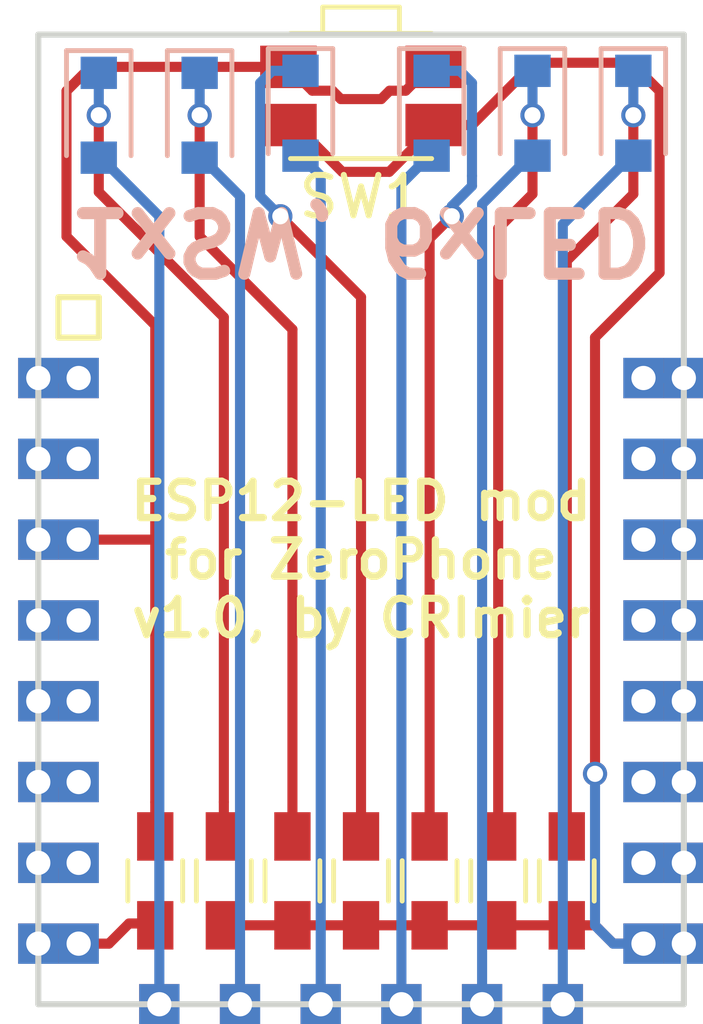
<source format=kicad_pcb>
(kicad_pcb (version 4) (host pcbnew 4.0.7)

  (general
    (links 40)
    (no_connects 16)
    (area 139.425 90.2972 158.025 117.7036)
    (thickness 1.6)
    (drawings 2)
    (tracks 117)
    (zones 0)
    (modules 15)
    (nets 29)
  )

  (page A4)
  (layers
    (0 F.Cu signal)
    (31 B.Cu signal)
    (32 B.Adhes user)
    (33 F.Adhes user)
    (34 B.Paste user)
    (35 F.Paste user)
    (36 B.SilkS user)
    (37 F.SilkS user)
    (38 B.Mask user)
    (39 F.Mask user)
    (40 Dwgs.User user)
    (41 Cmts.User user)
    (42 Eco1.User user)
    (43 Eco2.User user)
    (44 Edge.Cuts user)
    (45 Margin user)
    (46 B.CrtYd user)
    (47 F.CrtYd user)
    (48 B.Fab user hide)
    (49 F.Fab user hide)
  )

  (setup
    (last_trace_width 0.25)
    (trace_clearance 0.2)
    (zone_clearance 0.508)
    (zone_45_only no)
    (trace_min 0.2)
    (segment_width 0.2)
    (edge_width 0.15)
    (via_size 0.6)
    (via_drill 0.4)
    (via_min_size 0.4)
    (via_min_drill 0.3)
    (uvia_size 0.3)
    (uvia_drill 0.1)
    (uvias_allowed no)
    (uvia_min_size 0.2)
    (uvia_min_drill 0.1)
    (pcb_text_width 0.3)
    (pcb_text_size 1.5 1.5)
    (mod_edge_width 0.15)
    (mod_text_size 1 1)
    (mod_text_width 0.15)
    (pad_size 1.524 1.524)
    (pad_drill 0.762)
    (pad_to_mask_clearance 0.2)
    (aux_axis_origin 157.3 92.9)
    (visible_elements 7FFFFFFF)
    (pcbplotparams
      (layerselection 0x010f0_80000001)
      (usegerberextensions true)
      (usegerberattributes true)
      (excludeedgelayer true)
      (linewidth 0.100000)
      (plotframeref false)
      (viasonmask false)
      (mode 1)
      (useauxorigin true)
      (hpglpennumber 1)
      (hpglpenspeed 20)
      (hpglpendiameter 15)
      (hpglpenoverlay 2)
      (psnegative false)
      (psa4output false)
      (plotreference false)
      (plotvalue false)
      (plotinvisibletext false)
      (padsonsilk false)
      (subtractmaskfromsilk false)
      (outputformat 1)
      (mirror false)
      (drillshape 0)
      (scaleselection 1)
      (outputdirectory gerbers/))
  )

  (net 0 "")
  (net 1 "Net-(U1-Pad1)")
  (net 2 "Net-(U1-Pad2)")
  (net 3 "Net-(U1-Pad4)")
  (net 4 "Net-(U1-Pad5)")
  (net 5 "Net-(U1-Pad6)")
  (net 6 "Net-(U1-Pad7)")
  (net 7 "Net-(U1-Pad16)")
  (net 8 "Net-(U1-Pad17)")
  (net 9 "Net-(U1-Pad18)")
  (net 10 "Net-(U1-Pad19)")
  (net 11 "Net-(U1-Pad20)")
  (net 12 "Net-(U1-Pad21)")
  (net 13 "Net-(U1-Pad22)")
  (net 14 "Net-(D1-Pad1)")
  (net 15 "Net-(D1-Pad2)")
  (net 16 "Net-(D2-Pad1)")
  (net 17 "Net-(D2-Pad2)")
  (net 18 "Net-(D3-Pad1)")
  (net 19 "Net-(D3-Pad2)")
  (net 20 "Net-(D4-Pad1)")
  (net 21 "Net-(D4-Pad2)")
  (net 22 "Net-(D5-Pad1)")
  (net 23 "Net-(D5-Pad2)")
  (net 24 "Net-(D6-Pad1)")
  (net 25 "Net-(D6-Pad2)")
  (net 26 +3V3)
  (net 27 "Net-(R1-Pad2)")
  (net 28 GND)

  (net_class Default "This is the default net class."
    (clearance 0.2)
    (trace_width 0.25)
    (via_dia 0.6)
    (via_drill 0.4)
    (uvia_dia 0.3)
    (uvia_drill 0.1)
    (add_net +3V3)
    (add_net GND)
    (add_net "Net-(D1-Pad1)")
    (add_net "Net-(D1-Pad2)")
    (add_net "Net-(D2-Pad1)")
    (add_net "Net-(D2-Pad2)")
    (add_net "Net-(D3-Pad1)")
    (add_net "Net-(D3-Pad2)")
    (add_net "Net-(D4-Pad1)")
    (add_net "Net-(D4-Pad2)")
    (add_net "Net-(D5-Pad1)")
    (add_net "Net-(D5-Pad2)")
    (add_net "Net-(D6-Pad1)")
    (add_net "Net-(D6-Pad2)")
    (add_net "Net-(R1-Pad2)")
    (add_net "Net-(U1-Pad1)")
    (add_net "Net-(U1-Pad16)")
    (add_net "Net-(U1-Pad17)")
    (add_net "Net-(U1-Pad18)")
    (add_net "Net-(U1-Pad19)")
    (add_net "Net-(U1-Pad2)")
    (add_net "Net-(U1-Pad20)")
    (add_net "Net-(U1-Pad21)")
    (add_net "Net-(U1-Pad22)")
    (add_net "Net-(U1-Pad4)")
    (add_net "Net-(U1-Pad5)")
    (add_net "Net-(U1-Pad6)")
    (add_net "Net-(U1-Pad7)")
  )

  (module footprints:ESP12_BASE (layer F.Cu) (tedit 596E5602) (tstamp 596E5532)
    (at 148.5011 105.0036)
    (path /596E53C6)
    (fp_text reference U1 (at -3.475 7.45) (layer F.SilkS) hide
      (effects (font (size 1 1) (thickness 0.15)))
    )
    (fp_text value ESP-12E (at -1.15 -7.925) (layer F.Fab) hide
      (effects (font (size 1 1) (thickness 0.15)))
    )
    (fp_line (start -7.5 -4.5) (end -7.5 -5.5) (layer F.SilkS) (width 0.15))
    (fp_line (start -6.5 -4.5) (end -7.5 -4.5) (layer F.SilkS) (width 0.15))
    (fp_line (start -6.5 -5.5) (end -6.5 -4.5) (layer F.SilkS) (width 0.15))
    (fp_line (start -7.5 -5.5) (end -6.5 -5.5) (layer F.SilkS) (width 0.15))
    (fp_line (start -8 12) (end -8 -12) (layer Edge.Cuts) (width 0.15))
    (fp_line (start 8 12) (end -8 12) (layer Edge.Cuts) (width 0.15))
    (fp_line (start 8 -12) (end 8 12) (layer Edge.Cuts) (width 0.15))
    (fp_line (start -8 -12) (end 8 -12) (layer Edge.Cuts) (width 0.15))
    (pad 1 thru_hole rect (at -8 -3.5) (size 1 1) (drill 0.6) (layers *.Cu *.Mask)
      (net 1 "Net-(U1-Pad1)"))
    (pad 2 thru_hole rect (at -8 -1.5) (size 1 1) (drill 0.6) (layers *.Cu *.Mask)
      (net 2 "Net-(U1-Pad2)"))
    (pad 2 thru_hole rect (at -7 -1.5) (size 1 1) (drill 0.6) (layers *.Cu *.Mask)
      (net 2 "Net-(U1-Pad2)"))
    (pad 3 thru_hole rect (at -8 0.5) (size 1 1) (drill 0.6) (layers *.Cu *.Mask)
      (net 27 "Net-(R1-Pad2)"))
    (pad 4 thru_hole rect (at -8 2.5) (size 1 1) (drill 0.6) (layers *.Cu *.Mask)
      (net 3 "Net-(U1-Pad4)"))
    (pad 5 thru_hole rect (at -8 4.5) (size 1 1) (drill 0.6) (layers *.Cu *.Mask)
      (net 4 "Net-(U1-Pad5)"))
    (pad 6 thru_hole rect (at -8 6.5) (size 1 1) (drill 0.6) (layers *.Cu *.Mask)
      (net 5 "Net-(U1-Pad6)"))
    (pad 7 thru_hole rect (at -8 8.5) (size 1 1) (drill 0.6) (layers *.Cu *.Mask)
      (net 6 "Net-(U1-Pad7)"))
    (pad 8 thru_hole rect (at -8 10.5) (size 1 1) (drill 0.6) (layers *.Cu *.Mask)
      (net 26 +3V3))
    (pad 3 thru_hole rect (at -7 0.5) (size 1 1) (drill 0.6) (layers *.Cu *.Mask)
      (net 27 "Net-(R1-Pad2)"))
    (pad 4 thru_hole rect (at -7 2.5) (size 1 1) (drill 0.6) (layers *.Cu *.Mask)
      (net 3 "Net-(U1-Pad4)"))
    (pad 5 thru_hole rect (at -7 4.5) (size 1 1) (drill 0.6) (layers *.Cu *.Mask)
      (net 4 "Net-(U1-Pad5)"))
    (pad 6 thru_hole rect (at -7 6.5) (size 1 1) (drill 0.6) (layers *.Cu *.Mask)
      (net 5 "Net-(U1-Pad6)"))
    (pad 7 thru_hole rect (at -7 8.5) (size 1 1) (drill 0.6) (layers *.Cu *.Mask)
      (net 6 "Net-(U1-Pad7)"))
    (pad 8 thru_hole rect (at -7 10.5) (size 1 1) (drill 0.6) (layers *.Cu *.Mask)
      (net 26 +3V3))
    (pad 1 thru_hole rect (at -7 -3.5) (size 1 1) (drill 0.6) (layers *.Cu *.Mask)
      (net 1 "Net-(U1-Pad1)"))
    (pad 9 thru_hole rect (at -5 12) (size 1 1) (drill 0.6) (layers *.Cu *.Mask)
      (net 15 "Net-(D1-Pad2)"))
    (pad 10 thru_hole rect (at -3 12) (size 1 1) (drill 0.6) (layers *.Cu *.Mask)
      (net 17 "Net-(D2-Pad2)"))
    (pad 11 thru_hole rect (at -1 12) (size 1 1) (drill 0.6) (layers *.Cu *.Mask)
      (net 19 "Net-(D3-Pad2)"))
    (pad 12 thru_hole rect (at 1 12) (size 1 1) (drill 0.6) (layers *.Cu *.Mask)
      (net 21 "Net-(D4-Pad2)"))
    (pad 13 thru_hole rect (at 3 12) (size 1 1) (drill 0.6) (layers *.Cu *.Mask)
      (net 23 "Net-(D5-Pad2)"))
    (pad 14 thru_hole rect (at 5 12) (size 1 1) (drill 0.6) (layers *.Cu *.Mask)
      (net 25 "Net-(D6-Pad2)"))
    (pad 15 thru_hole rect (at 8 10.5) (size 1 1) (drill 0.6) (layers *.Cu *.Mask)
      (net 28 GND))
    (pad 16 thru_hole rect (at 8 8.5) (size 1 1) (drill 0.6) (layers *.Cu *.Mask)
      (net 7 "Net-(U1-Pad16)"))
    (pad 17 thru_hole rect (at 8 6.5) (size 1 1) (drill 0.6) (layers *.Cu *.Mask)
      (net 8 "Net-(U1-Pad17)"))
    (pad 18 thru_hole rect (at 8 4.5) (size 1 1) (drill 0.6) (layers *.Cu *.Mask)
      (net 9 "Net-(U1-Pad18)"))
    (pad 19 thru_hole rect (at 8 2.5) (size 1 1) (drill 0.6) (layers *.Cu *.Mask)
      (net 10 "Net-(U1-Pad19)"))
    (pad 20 thru_hole rect (at 8 0.5) (size 1 1) (drill 0.6) (layers *.Cu *.Mask)
      (net 11 "Net-(U1-Pad20)"))
    (pad 21 thru_hole rect (at 8 -1.5) (size 1 1) (drill 0.6) (layers *.Cu *.Mask)
      (net 12 "Net-(U1-Pad21)"))
    (pad 22 thru_hole rect (at 8 -3.5) (size 1 1) (drill 0.6) (layers *.Cu *.Mask)
      (net 13 "Net-(U1-Pad22)"))
    (pad 15 thru_hole rect (at 7 10.5) (size 1 1) (drill 0.6) (layers *.Cu *.Mask)
      (net 28 GND))
    (pad 16 thru_hole rect (at 7 8.5) (size 1 1) (drill 0.6) (layers *.Cu *.Mask)
      (net 7 "Net-(U1-Pad16)"))
    (pad 17 thru_hole rect (at 7 6.5) (size 1 1) (drill 0.6) (layers *.Cu *.Mask)
      (net 8 "Net-(U1-Pad17)"))
    (pad 18 thru_hole rect (at 7 4.5) (size 1 1) (drill 0.6) (layers *.Cu *.Mask)
      (net 9 "Net-(U1-Pad18)"))
    (pad 19 thru_hole rect (at 7 2.5) (size 1 1) (drill 0.6) (layers *.Cu *.Mask)
      (net 10 "Net-(U1-Pad19)"))
    (pad 20 thru_hole rect (at 7 0.5) (size 1 1) (drill 0.6) (layers *.Cu *.Mask)
      (net 11 "Net-(U1-Pad20)"))
    (pad 21 thru_hole rect (at 7 -1.5) (size 1 1) (drill 0.6) (layers *.Cu *.Mask)
      (net 12 "Net-(U1-Pad21)"))
    (pad 22 thru_hole rect (at 7 -3.5) (size 1 1) (drill 0.6) (layers *.Cu *.Mask)
      (net 13 "Net-(U1-Pad22)"))
  )

  (module Diodes_SMD:D_0805 (layer B.Cu) (tedit 596E5EEE) (tstamp 596E5BF9)
    (at 142 95 270)
    (descr "Diode SMD in 0805 package http://datasheets.avx.com/schottky.pdf")
    (tags "smd diode")
    (path /596E57C4)
    (attr smd)
    (fp_text reference D1 (at 0 1.6 270) (layer B.SilkS) hide
      (effects (font (size 1 1) (thickness 0.15)) (justify mirror))
    )
    (fp_text value LED (at 0 -1.7 270) (layer B.Fab)
      (effects (font (size 1 1) (thickness 0.15)) (justify mirror))
    )
    (fp_text user %R (at 0 1.6 270) (layer B.Fab)
      (effects (font (size 1 1) (thickness 0.15)) (justify mirror))
    )
    (fp_line (start -1.6 0.8) (end -1.6 -0.8) (layer B.SilkS) (width 0.12))
    (fp_line (start -1.7 -0.88) (end -1.7 0.88) (layer B.CrtYd) (width 0.05))
    (fp_line (start 1.7 -0.88) (end -1.7 -0.88) (layer B.CrtYd) (width 0.05))
    (fp_line (start 1.7 0.88) (end 1.7 -0.88) (layer B.CrtYd) (width 0.05))
    (fp_line (start -1.7 0.88) (end 1.7 0.88) (layer B.CrtYd) (width 0.05))
    (fp_line (start 0.2 0) (end 0.4 0) (layer B.Fab) (width 0.1))
    (fp_line (start -0.1 0) (end -0.3 0) (layer B.Fab) (width 0.1))
    (fp_line (start -0.1 0.2) (end -0.1 -0.2) (layer B.Fab) (width 0.1))
    (fp_line (start 0.2 -0.2) (end 0.2 0.2) (layer B.Fab) (width 0.1))
    (fp_line (start -0.1 0) (end 0.2 -0.2) (layer B.Fab) (width 0.1))
    (fp_line (start 0.2 0.2) (end -0.1 0) (layer B.Fab) (width 0.1))
    (fp_line (start -1 -0.65) (end -1 0.65) (layer B.Fab) (width 0.1))
    (fp_line (start 1 -0.65) (end -1 -0.65) (layer B.Fab) (width 0.1))
    (fp_line (start 1 0.65) (end 1 -0.65) (layer B.Fab) (width 0.1))
    (fp_line (start -1 0.65) (end 1 0.65) (layer B.Fab) (width 0.1))
    (fp_line (start -1.6 -0.8) (end 1 -0.8) (layer B.SilkS) (width 0.12))
    (fp_line (start -1.6 0.8) (end 1 0.8) (layer B.SilkS) (width 0.12))
    (pad 1 smd rect (at -1.05 0 270) (size 0.8 0.9) (layers B.Cu B.Paste B.Mask)
      (net 14 "Net-(D1-Pad1)"))
    (pad 2 smd rect (at 1.05 0 270) (size 0.8 0.9) (layers B.Cu B.Paste B.Mask)
      (net 15 "Net-(D1-Pad2)"))
    (model ${KISYS3DMOD}/Diodes_SMD.3dshapes/D_0805.wrl
      (at (xyz 0 0 0))
      (scale (xyz 1 1 1))
      (rotate (xyz 0 0 0))
    )
  )

  (module Diodes_SMD:D_0805 (layer B.Cu) (tedit 596E5F07) (tstamp 596E5BFF)
    (at 144.5 95 270)
    (descr "Diode SMD in 0805 package http://datasheets.avx.com/schottky.pdf")
    (tags "smd diode")
    (path /596E588F)
    (attr smd)
    (fp_text reference D2 (at 0 1.6 270) (layer B.SilkS) hide
      (effects (font (size 1 1) (thickness 0.15)) (justify mirror))
    )
    (fp_text value LED (at 0 -1.7 270) (layer B.Fab)
      (effects (font (size 1 1) (thickness 0.15)) (justify mirror))
    )
    (fp_text user %R (at 0 1.6 270) (layer B.Fab)
      (effects (font (size 1 1) (thickness 0.15)) (justify mirror))
    )
    (fp_line (start -1.6 0.8) (end -1.6 -0.8) (layer B.SilkS) (width 0.12))
    (fp_line (start -1.7 -0.88) (end -1.7 0.88) (layer B.CrtYd) (width 0.05))
    (fp_line (start 1.7 -0.88) (end -1.7 -0.88) (layer B.CrtYd) (width 0.05))
    (fp_line (start 1.7 0.88) (end 1.7 -0.88) (layer B.CrtYd) (width 0.05))
    (fp_line (start -1.7 0.88) (end 1.7 0.88) (layer B.CrtYd) (width 0.05))
    (fp_line (start 0.2 0) (end 0.4 0) (layer B.Fab) (width 0.1))
    (fp_line (start -0.1 0) (end -0.3 0) (layer B.Fab) (width 0.1))
    (fp_line (start -0.1 0.2) (end -0.1 -0.2) (layer B.Fab) (width 0.1))
    (fp_line (start 0.2 -0.2) (end 0.2 0.2) (layer B.Fab) (width 0.1))
    (fp_line (start -0.1 0) (end 0.2 -0.2) (layer B.Fab) (width 0.1))
    (fp_line (start 0.2 0.2) (end -0.1 0) (layer B.Fab) (width 0.1))
    (fp_line (start -1 -0.65) (end -1 0.65) (layer B.Fab) (width 0.1))
    (fp_line (start 1 -0.65) (end -1 -0.65) (layer B.Fab) (width 0.1))
    (fp_line (start 1 0.65) (end 1 -0.65) (layer B.Fab) (width 0.1))
    (fp_line (start -1 0.65) (end 1 0.65) (layer B.Fab) (width 0.1))
    (fp_line (start -1.6 -0.8) (end 1 -0.8) (layer B.SilkS) (width 0.12))
    (fp_line (start -1.6 0.8) (end 1 0.8) (layer B.SilkS) (width 0.12))
    (pad 1 smd rect (at -1.05 0 270) (size 0.8 0.9) (layers B.Cu B.Paste B.Mask)
      (net 16 "Net-(D2-Pad1)"))
    (pad 2 smd rect (at 1.05 0 270) (size 0.8 0.9) (layers B.Cu B.Paste B.Mask)
      (net 17 "Net-(D2-Pad2)"))
    (model ${KISYS3DMOD}/Diodes_SMD.3dshapes/D_0805.wrl
      (at (xyz 0 0 0))
      (scale (xyz 1 1 1))
      (rotate (xyz 0 0 0))
    )
  )

  (module Diodes_SMD:D_0805 (layer B.Cu) (tedit 596E5F03) (tstamp 596E5C05)
    (at 147 94.95 270)
    (descr "Diode SMD in 0805 package http://datasheets.avx.com/schottky.pdf")
    (tags "smd diode")
    (path /596E58B6)
    (attr smd)
    (fp_text reference D3 (at 0 1.6 270) (layer B.SilkS) hide
      (effects (font (size 1 1) (thickness 0.15)) (justify mirror))
    )
    (fp_text value LED (at 0 -1.7 270) (layer B.Fab)
      (effects (font (size 1 1) (thickness 0.15)) (justify mirror))
    )
    (fp_text user %R (at 0 1.6 270) (layer B.Fab)
      (effects (font (size 1 1) (thickness 0.15)) (justify mirror))
    )
    (fp_line (start -1.6 0.8) (end -1.6 -0.8) (layer B.SilkS) (width 0.12))
    (fp_line (start -1.7 -0.88) (end -1.7 0.88) (layer B.CrtYd) (width 0.05))
    (fp_line (start 1.7 -0.88) (end -1.7 -0.88) (layer B.CrtYd) (width 0.05))
    (fp_line (start 1.7 0.88) (end 1.7 -0.88) (layer B.CrtYd) (width 0.05))
    (fp_line (start -1.7 0.88) (end 1.7 0.88) (layer B.CrtYd) (width 0.05))
    (fp_line (start 0.2 0) (end 0.4 0) (layer B.Fab) (width 0.1))
    (fp_line (start -0.1 0) (end -0.3 0) (layer B.Fab) (width 0.1))
    (fp_line (start -0.1 0.2) (end -0.1 -0.2) (layer B.Fab) (width 0.1))
    (fp_line (start 0.2 -0.2) (end 0.2 0.2) (layer B.Fab) (width 0.1))
    (fp_line (start -0.1 0) (end 0.2 -0.2) (layer B.Fab) (width 0.1))
    (fp_line (start 0.2 0.2) (end -0.1 0) (layer B.Fab) (width 0.1))
    (fp_line (start -1 -0.65) (end -1 0.65) (layer B.Fab) (width 0.1))
    (fp_line (start 1 -0.65) (end -1 -0.65) (layer B.Fab) (width 0.1))
    (fp_line (start 1 0.65) (end 1 -0.65) (layer B.Fab) (width 0.1))
    (fp_line (start -1 0.65) (end 1 0.65) (layer B.Fab) (width 0.1))
    (fp_line (start -1.6 -0.8) (end 1 -0.8) (layer B.SilkS) (width 0.12))
    (fp_line (start -1.6 0.8) (end 1 0.8) (layer B.SilkS) (width 0.12))
    (pad 1 smd rect (at -1.05 0 270) (size 0.8 0.9) (layers B.Cu B.Paste B.Mask)
      (net 18 "Net-(D3-Pad1)"))
    (pad 2 smd rect (at 1.05 0 270) (size 0.8 0.9) (layers B.Cu B.Paste B.Mask)
      (net 19 "Net-(D3-Pad2)"))
    (model ${KISYS3DMOD}/Diodes_SMD.3dshapes/D_0805.wrl
      (at (xyz 0 0 0))
      (scale (xyz 1 1 1))
      (rotate (xyz 0 0 0))
    )
  )

  (module Diodes_SMD:D_0805 (layer B.Cu) (tedit 596E5EFD) (tstamp 596E5C0B)
    (at 150.25 94.95 270)
    (descr "Diode SMD in 0805 package http://datasheets.avx.com/schottky.pdf")
    (tags "smd diode")
    (path /596E59FC)
    (attr smd)
    (fp_text reference D4 (at 0 1.6 270) (layer B.SilkS) hide
      (effects (font (size 1 1) (thickness 0.15)) (justify mirror))
    )
    (fp_text value LED (at 0 -1.7 270) (layer B.Fab)
      (effects (font (size 1 1) (thickness 0.15)) (justify mirror))
    )
    (fp_text user %R (at 0 1.6 270) (layer B.Fab)
      (effects (font (size 1 1) (thickness 0.15)) (justify mirror))
    )
    (fp_line (start -1.6 0.8) (end -1.6 -0.8) (layer B.SilkS) (width 0.12))
    (fp_line (start -1.7 -0.88) (end -1.7 0.88) (layer B.CrtYd) (width 0.05))
    (fp_line (start 1.7 -0.88) (end -1.7 -0.88) (layer B.CrtYd) (width 0.05))
    (fp_line (start 1.7 0.88) (end 1.7 -0.88) (layer B.CrtYd) (width 0.05))
    (fp_line (start -1.7 0.88) (end 1.7 0.88) (layer B.CrtYd) (width 0.05))
    (fp_line (start 0.2 0) (end 0.4 0) (layer B.Fab) (width 0.1))
    (fp_line (start -0.1 0) (end -0.3 0) (layer B.Fab) (width 0.1))
    (fp_line (start -0.1 0.2) (end -0.1 -0.2) (layer B.Fab) (width 0.1))
    (fp_line (start 0.2 -0.2) (end 0.2 0.2) (layer B.Fab) (width 0.1))
    (fp_line (start -0.1 0) (end 0.2 -0.2) (layer B.Fab) (width 0.1))
    (fp_line (start 0.2 0.2) (end -0.1 0) (layer B.Fab) (width 0.1))
    (fp_line (start -1 -0.65) (end -1 0.65) (layer B.Fab) (width 0.1))
    (fp_line (start 1 -0.65) (end -1 -0.65) (layer B.Fab) (width 0.1))
    (fp_line (start 1 0.65) (end 1 -0.65) (layer B.Fab) (width 0.1))
    (fp_line (start -1 0.65) (end 1 0.65) (layer B.Fab) (width 0.1))
    (fp_line (start -1.6 -0.8) (end 1 -0.8) (layer B.SilkS) (width 0.12))
    (fp_line (start -1.6 0.8) (end 1 0.8) (layer B.SilkS) (width 0.12))
    (pad 1 smd rect (at -1.05 0 270) (size 0.8 0.9) (layers B.Cu B.Paste B.Mask)
      (net 20 "Net-(D4-Pad1)"))
    (pad 2 smd rect (at 1.05 0 270) (size 0.8 0.9) (layers B.Cu B.Paste B.Mask)
      (net 21 "Net-(D4-Pad2)"))
    (model ${KISYS3DMOD}/Diodes_SMD.3dshapes/D_0805.wrl
      (at (xyz 0 0 0))
      (scale (xyz 1 1 1))
      (rotate (xyz 0 0 0))
    )
  )

  (module Diodes_SMD:D_0805 (layer B.Cu) (tedit 596E5EF7) (tstamp 596E5C11)
    (at 152.75 94.95 270)
    (descr "Diode SMD in 0805 package http://datasheets.avx.com/schottky.pdf")
    (tags "smd diode")
    (path /596E5A02)
    (attr smd)
    (fp_text reference D5 (at 0 1.6 270) (layer B.SilkS) hide
      (effects (font (size 1 1) (thickness 0.15)) (justify mirror))
    )
    (fp_text value LED (at 0 -1.7 270) (layer B.Fab)
      (effects (font (size 1 1) (thickness 0.15)) (justify mirror))
    )
    (fp_text user %R (at 0 1.6 270) (layer B.Fab)
      (effects (font (size 1 1) (thickness 0.15)) (justify mirror))
    )
    (fp_line (start -1.6 0.8) (end -1.6 -0.8) (layer B.SilkS) (width 0.12))
    (fp_line (start -1.7 -0.88) (end -1.7 0.88) (layer B.CrtYd) (width 0.05))
    (fp_line (start 1.7 -0.88) (end -1.7 -0.88) (layer B.CrtYd) (width 0.05))
    (fp_line (start 1.7 0.88) (end 1.7 -0.88) (layer B.CrtYd) (width 0.05))
    (fp_line (start -1.7 0.88) (end 1.7 0.88) (layer B.CrtYd) (width 0.05))
    (fp_line (start 0.2 0) (end 0.4 0) (layer B.Fab) (width 0.1))
    (fp_line (start -0.1 0) (end -0.3 0) (layer B.Fab) (width 0.1))
    (fp_line (start -0.1 0.2) (end -0.1 -0.2) (layer B.Fab) (width 0.1))
    (fp_line (start 0.2 -0.2) (end 0.2 0.2) (layer B.Fab) (width 0.1))
    (fp_line (start -0.1 0) (end 0.2 -0.2) (layer B.Fab) (width 0.1))
    (fp_line (start 0.2 0.2) (end -0.1 0) (layer B.Fab) (width 0.1))
    (fp_line (start -1 -0.65) (end -1 0.65) (layer B.Fab) (width 0.1))
    (fp_line (start 1 -0.65) (end -1 -0.65) (layer B.Fab) (width 0.1))
    (fp_line (start 1 0.65) (end 1 -0.65) (layer B.Fab) (width 0.1))
    (fp_line (start -1 0.65) (end 1 0.65) (layer B.Fab) (width 0.1))
    (fp_line (start -1.6 -0.8) (end 1 -0.8) (layer B.SilkS) (width 0.12))
    (fp_line (start -1.6 0.8) (end 1 0.8) (layer B.SilkS) (width 0.12))
    (pad 1 smd rect (at -1.05 0 270) (size 0.8 0.9) (layers B.Cu B.Paste B.Mask)
      (net 22 "Net-(D5-Pad1)"))
    (pad 2 smd rect (at 1.05 0 270) (size 0.8 0.9) (layers B.Cu B.Paste B.Mask)
      (net 23 "Net-(D5-Pad2)"))
    (model ${KISYS3DMOD}/Diodes_SMD.3dshapes/D_0805.wrl
      (at (xyz 0 0 0))
      (scale (xyz 1 1 1))
      (rotate (xyz 0 0 0))
    )
  )

  (module Diodes_SMD:D_0805 (layer B.Cu) (tedit 596E5EF3) (tstamp 596E5C17)
    (at 155.25 94.95 270)
    (descr "Diode SMD in 0805 package http://datasheets.avx.com/schottky.pdf")
    (tags "smd diode")
    (path /596E5A08)
    (attr smd)
    (fp_text reference D6 (at 0 1.6 270) (layer B.SilkS) hide
      (effects (font (size 1 1) (thickness 0.15)) (justify mirror))
    )
    (fp_text value LED (at 0 -1.7 270) (layer B.Fab)
      (effects (font (size 1 1) (thickness 0.15)) (justify mirror))
    )
    (fp_text user %R (at 0 1.6 270) (layer B.Fab)
      (effects (font (size 1 1) (thickness 0.15)) (justify mirror))
    )
    (fp_line (start -1.6 0.8) (end -1.6 -0.8) (layer B.SilkS) (width 0.12))
    (fp_line (start -1.7 -0.88) (end -1.7 0.88) (layer B.CrtYd) (width 0.05))
    (fp_line (start 1.7 -0.88) (end -1.7 -0.88) (layer B.CrtYd) (width 0.05))
    (fp_line (start 1.7 0.88) (end 1.7 -0.88) (layer B.CrtYd) (width 0.05))
    (fp_line (start -1.7 0.88) (end 1.7 0.88) (layer B.CrtYd) (width 0.05))
    (fp_line (start 0.2 0) (end 0.4 0) (layer B.Fab) (width 0.1))
    (fp_line (start -0.1 0) (end -0.3 0) (layer B.Fab) (width 0.1))
    (fp_line (start -0.1 0.2) (end -0.1 -0.2) (layer B.Fab) (width 0.1))
    (fp_line (start 0.2 -0.2) (end 0.2 0.2) (layer B.Fab) (width 0.1))
    (fp_line (start -0.1 0) (end 0.2 -0.2) (layer B.Fab) (width 0.1))
    (fp_line (start 0.2 0.2) (end -0.1 0) (layer B.Fab) (width 0.1))
    (fp_line (start -1 -0.65) (end -1 0.65) (layer B.Fab) (width 0.1))
    (fp_line (start 1 -0.65) (end -1 -0.65) (layer B.Fab) (width 0.1))
    (fp_line (start 1 0.65) (end 1 -0.65) (layer B.Fab) (width 0.1))
    (fp_line (start -1 0.65) (end 1 0.65) (layer B.Fab) (width 0.1))
    (fp_line (start -1.6 -0.8) (end 1 -0.8) (layer B.SilkS) (width 0.12))
    (fp_line (start -1.6 0.8) (end 1 0.8) (layer B.SilkS) (width 0.12))
    (pad 1 smd rect (at -1.05 0 270) (size 0.8 0.9) (layers B.Cu B.Paste B.Mask)
      (net 24 "Net-(D6-Pad1)"))
    (pad 2 smd rect (at 1.05 0 270) (size 0.8 0.9) (layers B.Cu B.Paste B.Mask)
      (net 25 "Net-(D6-Pad2)"))
    (model ${KISYS3DMOD}/Diodes_SMD.3dshapes/D_0805.wrl
      (at (xyz 0 0 0))
      (scale (xyz 1 1 1))
      (rotate (xyz 0 0 0))
    )
  )

  (module Resistors_SMD:R_0603_HandSoldering (layer F.Cu) (tedit 596E5F1C) (tstamp 596E5C1D)
    (at 143.4 113.95 90)
    (descr "Resistor SMD 0603, hand soldering")
    (tags "resistor 0603")
    (path /596E6A1F)
    (attr smd)
    (fp_text reference R1 (at 0 -1.45 90) (layer F.SilkS) hide
      (effects (font (size 1 1) (thickness 0.15)))
    )
    (fp_text value 10K (at 0 1.55 90) (layer F.Fab)
      (effects (font (size 1 1) (thickness 0.15)))
    )
    (fp_text user %R (at 0 0 90) (layer F.Fab)
      (effects (font (size 0.5 0.5) (thickness 0.075)))
    )
    (fp_line (start -0.8 0.4) (end -0.8 -0.4) (layer F.Fab) (width 0.1))
    (fp_line (start 0.8 0.4) (end -0.8 0.4) (layer F.Fab) (width 0.1))
    (fp_line (start 0.8 -0.4) (end 0.8 0.4) (layer F.Fab) (width 0.1))
    (fp_line (start -0.8 -0.4) (end 0.8 -0.4) (layer F.Fab) (width 0.1))
    (fp_line (start 0.5 0.68) (end -0.5 0.68) (layer F.SilkS) (width 0.12))
    (fp_line (start -0.5 -0.68) (end 0.5 -0.68) (layer F.SilkS) (width 0.12))
    (fp_line (start -1.96 -0.7) (end 1.95 -0.7) (layer F.CrtYd) (width 0.05))
    (fp_line (start -1.96 -0.7) (end -1.96 0.7) (layer F.CrtYd) (width 0.05))
    (fp_line (start 1.95 0.7) (end 1.95 -0.7) (layer F.CrtYd) (width 0.05))
    (fp_line (start 1.95 0.7) (end -1.96 0.7) (layer F.CrtYd) (width 0.05))
    (pad 1 smd rect (at -1.1 0 90) (size 1.2 0.9) (layers F.Cu F.Paste F.Mask)
      (net 26 +3V3))
    (pad 2 smd rect (at 1.1 0 90) (size 1.2 0.9) (layers F.Cu F.Paste F.Mask)
      (net 27 "Net-(R1-Pad2)"))
    (model ${KISYS3DMOD}/Resistors_SMD.3dshapes/R_0603.wrl
      (at (xyz 0 0 0))
      (scale (xyz 1 1 1))
      (rotate (xyz 0 0 0))
    )
  )

  (module Resistors_SMD:R_0603_HandSoldering (layer F.Cu) (tedit 596E5F23) (tstamp 596E5C23)
    (at 145.1 113.95 270)
    (descr "Resistor SMD 0603, hand soldering")
    (tags "resistor 0603")
    (path /596E5A19)
    (attr smd)
    (fp_text reference R2 (at 0 -1.45 270) (layer F.SilkS) hide
      (effects (font (size 1 1) (thickness 0.15)))
    )
    (fp_text value 10K (at 0 1.55 270) (layer F.Fab)
      (effects (font (size 1 1) (thickness 0.15)))
    )
    (fp_text user %R (at 0 0 270) (layer F.Fab)
      (effects (font (size 0.5 0.5) (thickness 0.075)))
    )
    (fp_line (start -0.8 0.4) (end -0.8 -0.4) (layer F.Fab) (width 0.1))
    (fp_line (start 0.8 0.4) (end -0.8 0.4) (layer F.Fab) (width 0.1))
    (fp_line (start 0.8 -0.4) (end 0.8 0.4) (layer F.Fab) (width 0.1))
    (fp_line (start -0.8 -0.4) (end 0.8 -0.4) (layer F.Fab) (width 0.1))
    (fp_line (start 0.5 0.68) (end -0.5 0.68) (layer F.SilkS) (width 0.12))
    (fp_line (start -0.5 -0.68) (end 0.5 -0.68) (layer F.SilkS) (width 0.12))
    (fp_line (start -1.96 -0.7) (end 1.95 -0.7) (layer F.CrtYd) (width 0.05))
    (fp_line (start -1.96 -0.7) (end -1.96 0.7) (layer F.CrtYd) (width 0.05))
    (fp_line (start 1.95 0.7) (end 1.95 -0.7) (layer F.CrtYd) (width 0.05))
    (fp_line (start 1.95 0.7) (end -1.96 0.7) (layer F.CrtYd) (width 0.05))
    (pad 1 smd rect (at -1.1 0 270) (size 1.2 0.9) (layers F.Cu F.Paste F.Mask)
      (net 14 "Net-(D1-Pad1)"))
    (pad 2 smd rect (at 1.1 0 270) (size 1.2 0.9) (layers F.Cu F.Paste F.Mask)
      (net 28 GND))
    (model ${KISYS3DMOD}/Resistors_SMD.3dshapes/R_0603.wrl
      (at (xyz 0 0 0))
      (scale (xyz 1 1 1))
      (rotate (xyz 0 0 0))
    )
  )

  (module Resistors_SMD:R_0603_HandSoldering (layer F.Cu) (tedit 596E5F2D) (tstamp 596E5C29)
    (at 146.8 113.95 270)
    (descr "Resistor SMD 0603, hand soldering")
    (tags "resistor 0603")
    (path /596E5ADF)
    (attr smd)
    (fp_text reference R3 (at 0 -1.45 270) (layer F.SilkS) hide
      (effects (font (size 1 1) (thickness 0.15)))
    )
    (fp_text value 10K (at 0 1.55 270) (layer F.Fab)
      (effects (font (size 1 1) (thickness 0.15)))
    )
    (fp_text user %R (at 0 0 270) (layer F.Fab)
      (effects (font (size 0.5 0.5) (thickness 0.075)))
    )
    (fp_line (start -0.8 0.4) (end -0.8 -0.4) (layer F.Fab) (width 0.1))
    (fp_line (start 0.8 0.4) (end -0.8 0.4) (layer F.Fab) (width 0.1))
    (fp_line (start 0.8 -0.4) (end 0.8 0.4) (layer F.Fab) (width 0.1))
    (fp_line (start -0.8 -0.4) (end 0.8 -0.4) (layer F.Fab) (width 0.1))
    (fp_line (start 0.5 0.68) (end -0.5 0.68) (layer F.SilkS) (width 0.12))
    (fp_line (start -0.5 -0.68) (end 0.5 -0.68) (layer F.SilkS) (width 0.12))
    (fp_line (start -1.96 -0.7) (end 1.95 -0.7) (layer F.CrtYd) (width 0.05))
    (fp_line (start -1.96 -0.7) (end -1.96 0.7) (layer F.CrtYd) (width 0.05))
    (fp_line (start 1.95 0.7) (end 1.95 -0.7) (layer F.CrtYd) (width 0.05))
    (fp_line (start 1.95 0.7) (end -1.96 0.7) (layer F.CrtYd) (width 0.05))
    (pad 1 smd rect (at -1.1 0 270) (size 1.2 0.9) (layers F.Cu F.Paste F.Mask)
      (net 16 "Net-(D2-Pad1)"))
    (pad 2 smd rect (at 1.1 0 270) (size 1.2 0.9) (layers F.Cu F.Paste F.Mask)
      (net 28 GND))
    (model ${KISYS3DMOD}/Resistors_SMD.3dshapes/R_0603.wrl
      (at (xyz 0 0 0))
      (scale (xyz 1 1 1))
      (rotate (xyz 0 0 0))
    )
  )

  (module Resistors_SMD:R_0603_HandSoldering (layer F.Cu) (tedit 596E5F29) (tstamp 596E5C2F)
    (at 148.5 113.95 270)
    (descr "Resistor SMD 0603, hand soldering")
    (tags "resistor 0603")
    (path /596E5B98)
    (attr smd)
    (fp_text reference R4 (at 0 -1.45 270) (layer F.SilkS) hide
      (effects (font (size 1 1) (thickness 0.15)))
    )
    (fp_text value 10K (at 0 1.55 270) (layer F.Fab)
      (effects (font (size 1 1) (thickness 0.15)))
    )
    (fp_text user %R (at 0 0 270) (layer F.Fab)
      (effects (font (size 0.5 0.5) (thickness 0.075)))
    )
    (fp_line (start -0.8 0.4) (end -0.8 -0.4) (layer F.Fab) (width 0.1))
    (fp_line (start 0.8 0.4) (end -0.8 0.4) (layer F.Fab) (width 0.1))
    (fp_line (start 0.8 -0.4) (end 0.8 0.4) (layer F.Fab) (width 0.1))
    (fp_line (start -0.8 -0.4) (end 0.8 -0.4) (layer F.Fab) (width 0.1))
    (fp_line (start 0.5 0.68) (end -0.5 0.68) (layer F.SilkS) (width 0.12))
    (fp_line (start -0.5 -0.68) (end 0.5 -0.68) (layer F.SilkS) (width 0.12))
    (fp_line (start -1.96 -0.7) (end 1.95 -0.7) (layer F.CrtYd) (width 0.05))
    (fp_line (start -1.96 -0.7) (end -1.96 0.7) (layer F.CrtYd) (width 0.05))
    (fp_line (start 1.95 0.7) (end 1.95 -0.7) (layer F.CrtYd) (width 0.05))
    (fp_line (start 1.95 0.7) (end -1.96 0.7) (layer F.CrtYd) (width 0.05))
    (pad 1 smd rect (at -1.1 0 270) (size 1.2 0.9) (layers F.Cu F.Paste F.Mask)
      (net 18 "Net-(D3-Pad1)"))
    (pad 2 smd rect (at 1.1 0 270) (size 1.2 0.9) (layers F.Cu F.Paste F.Mask)
      (net 28 GND))
    (model ${KISYS3DMOD}/Resistors_SMD.3dshapes/R_0603.wrl
      (at (xyz 0 0 0))
      (scale (xyz 1 1 1))
      (rotate (xyz 0 0 0))
    )
  )

  (module Resistors_SMD:R_0603_HandSoldering (layer F.Cu) (tedit 596E5F27) (tstamp 596E5C35)
    (at 150.2 113.95 270)
    (descr "Resistor SMD 0603, hand soldering")
    (tags "resistor 0603")
    (path /596E5C05)
    (attr smd)
    (fp_text reference R5 (at 0 -1.45 270) (layer F.SilkS) hide
      (effects (font (size 1 1) (thickness 0.15)))
    )
    (fp_text value 10K (at 0 1.55 270) (layer F.Fab)
      (effects (font (size 1 1) (thickness 0.15)))
    )
    (fp_text user %R (at 0 0 270) (layer F.Fab)
      (effects (font (size 0.5 0.5) (thickness 0.075)))
    )
    (fp_line (start -0.8 0.4) (end -0.8 -0.4) (layer F.Fab) (width 0.1))
    (fp_line (start 0.8 0.4) (end -0.8 0.4) (layer F.Fab) (width 0.1))
    (fp_line (start 0.8 -0.4) (end 0.8 0.4) (layer F.Fab) (width 0.1))
    (fp_line (start -0.8 -0.4) (end 0.8 -0.4) (layer F.Fab) (width 0.1))
    (fp_line (start 0.5 0.68) (end -0.5 0.68) (layer F.SilkS) (width 0.12))
    (fp_line (start -0.5 -0.68) (end 0.5 -0.68) (layer F.SilkS) (width 0.12))
    (fp_line (start -1.96 -0.7) (end 1.95 -0.7) (layer F.CrtYd) (width 0.05))
    (fp_line (start -1.96 -0.7) (end -1.96 0.7) (layer F.CrtYd) (width 0.05))
    (fp_line (start 1.95 0.7) (end 1.95 -0.7) (layer F.CrtYd) (width 0.05))
    (fp_line (start 1.95 0.7) (end -1.96 0.7) (layer F.CrtYd) (width 0.05))
    (pad 1 smd rect (at -1.1 0 270) (size 1.2 0.9) (layers F.Cu F.Paste F.Mask)
      (net 20 "Net-(D4-Pad1)"))
    (pad 2 smd rect (at 1.1 0 270) (size 1.2 0.9) (layers F.Cu F.Paste F.Mask)
      (net 28 GND))
    (model ${KISYS3DMOD}/Resistors_SMD.3dshapes/R_0603.wrl
      (at (xyz 0 0 0))
      (scale (xyz 1 1 1))
      (rotate (xyz 0 0 0))
    )
  )

  (module Resistors_SMD:R_0603_HandSoldering (layer F.Cu) (tedit 596E5F31) (tstamp 596E5C3B)
    (at 151.9 113.95 270)
    (descr "Resistor SMD 0603, hand soldering")
    (tags "resistor 0603")
    (path /596E5C0B)
    (attr smd)
    (fp_text reference R6 (at 0 -1.45 270) (layer F.SilkS) hide
      (effects (font (size 1 1) (thickness 0.15)))
    )
    (fp_text value 10K (at 0 1.55 270) (layer F.Fab)
      (effects (font (size 1 1) (thickness 0.15)))
    )
    (fp_text user %R (at 0 0 270) (layer F.Fab)
      (effects (font (size 0.5 0.5) (thickness 0.075)))
    )
    (fp_line (start -0.8 0.4) (end -0.8 -0.4) (layer F.Fab) (width 0.1))
    (fp_line (start 0.8 0.4) (end -0.8 0.4) (layer F.Fab) (width 0.1))
    (fp_line (start 0.8 -0.4) (end 0.8 0.4) (layer F.Fab) (width 0.1))
    (fp_line (start -0.8 -0.4) (end 0.8 -0.4) (layer F.Fab) (width 0.1))
    (fp_line (start 0.5 0.68) (end -0.5 0.68) (layer F.SilkS) (width 0.12))
    (fp_line (start -0.5 -0.68) (end 0.5 -0.68) (layer F.SilkS) (width 0.12))
    (fp_line (start -1.96 -0.7) (end 1.95 -0.7) (layer F.CrtYd) (width 0.05))
    (fp_line (start -1.96 -0.7) (end -1.96 0.7) (layer F.CrtYd) (width 0.05))
    (fp_line (start 1.95 0.7) (end 1.95 -0.7) (layer F.CrtYd) (width 0.05))
    (fp_line (start 1.95 0.7) (end -1.96 0.7) (layer F.CrtYd) (width 0.05))
    (pad 1 smd rect (at -1.1 0 270) (size 1.2 0.9) (layers F.Cu F.Paste F.Mask)
      (net 22 "Net-(D5-Pad1)"))
    (pad 2 smd rect (at 1.1 0 270) (size 1.2 0.9) (layers F.Cu F.Paste F.Mask)
      (net 28 GND))
    (model ${KISYS3DMOD}/Resistors_SMD.3dshapes/R_0603.wrl
      (at (xyz 0 0 0))
      (scale (xyz 1 1 1))
      (rotate (xyz 0 0 0))
    )
  )

  (module Resistors_SMD:R_0603_HandSoldering (layer F.Cu) (tedit 596E5F34) (tstamp 596E5C41)
    (at 153.6 113.95 270)
    (descr "Resistor SMD 0603, hand soldering")
    (tags "resistor 0603")
    (path /596E5C11)
    (attr smd)
    (fp_text reference R7 (at 0 -1.45 270) (layer F.SilkS) hide
      (effects (font (size 1 1) (thickness 0.15)))
    )
    (fp_text value 10K (at 0 1.55 270) (layer F.Fab)
      (effects (font (size 1 1) (thickness 0.15)))
    )
    (fp_text user %R (at 0 0 270) (layer F.Fab)
      (effects (font (size 0.5 0.5) (thickness 0.075)))
    )
    (fp_line (start -0.8 0.4) (end -0.8 -0.4) (layer F.Fab) (width 0.1))
    (fp_line (start 0.8 0.4) (end -0.8 0.4) (layer F.Fab) (width 0.1))
    (fp_line (start 0.8 -0.4) (end 0.8 0.4) (layer F.Fab) (width 0.1))
    (fp_line (start -0.8 -0.4) (end 0.8 -0.4) (layer F.Fab) (width 0.1))
    (fp_line (start 0.5 0.68) (end -0.5 0.68) (layer F.SilkS) (width 0.12))
    (fp_line (start -0.5 -0.68) (end 0.5 -0.68) (layer F.SilkS) (width 0.12))
    (fp_line (start -1.96 -0.7) (end 1.95 -0.7) (layer F.CrtYd) (width 0.05))
    (fp_line (start -1.96 -0.7) (end -1.96 0.7) (layer F.CrtYd) (width 0.05))
    (fp_line (start 1.95 0.7) (end 1.95 -0.7) (layer F.CrtYd) (width 0.05))
    (fp_line (start 1.95 0.7) (end -1.96 0.7) (layer F.CrtYd) (width 0.05))
    (pad 1 smd rect (at -1.1 0 270) (size 1.2 0.9) (layers F.Cu F.Paste F.Mask)
      (net 24 "Net-(D6-Pad1)"))
    (pad 2 smd rect (at 1.1 0 270) (size 1.2 0.9) (layers F.Cu F.Paste F.Mask)
      (net 28 GND))
    (model ${KISYS3DMOD}/Resistors_SMD.3dshapes/R_0603.wrl
      (at (xyz 0 0 0))
      (scale (xyz 1 1 1))
      (rotate (xyz 0 0 0))
    )
  )

  (module Buttons_Switches_SMD:SW_SPST_EVQP7C (layer F.Cu) (tedit 587247D8) (tstamp 596E5C4B)
    (at 148.5011 94.5222 180)
    (descr "Light Touch Switch")
    (path /596E67C5)
    (attr smd)
    (fp_text reference SW1 (at 0 -2.5 180) (layer F.SilkS)
      (effects (font (size 1 1) (thickness 0.15)))
    )
    (fp_text value SW_Push (at 0 3.25 180) (layer F.Fab)
      (effects (font (size 1 1) (thickness 0.15)))
    )
    (fp_text user %R (at 0 -2.5 180) (layer F.Fab)
      (effects (font (size 1 1) (thickness 0.15)))
    )
    (fp_line (start 0.95 1.55) (end 0.95 2.2) (layer F.SilkS) (width 0.12))
    (fp_line (start 0.95 2.2) (end -0.95 2.2) (layer F.SilkS) (width 0.12))
    (fp_line (start -0.95 2.2) (end -0.95 1.55) (layer F.SilkS) (width 0.12))
    (fp_line (start -0.85 2.1) (end 0.85 2.1) (layer F.Fab) (width 0.1))
    (fp_line (start 0.85 2.1) (end 0.85 1.45) (layer F.Fab) (width 0.1))
    (fp_line (start -0.85 2.1) (end -0.85 1.45) (layer F.Fab) (width 0.1))
    (fp_line (start -1.75 -1.45) (end 1.75 -1.45) (layer F.Fab) (width 0.1))
    (fp_line (start 1.75 -1.45) (end 1.75 1.45) (layer F.Fab) (width 0.1))
    (fp_line (start 1.75 1.45) (end -1.75 1.45) (layer F.Fab) (width 0.1))
    (fp_line (start -1.75 1.45) (end -1.75 -1.4) (layer F.Fab) (width 0.1))
    (fp_line (start -1.1 2.35) (end -1.1 1.7) (layer F.CrtYd) (width 0.05))
    (fp_line (start -1.1 1.7) (end -2.75 1.7) (layer F.CrtYd) (width 0.05))
    (fp_line (start 2.75 1.7) (end 1.1 1.7) (layer F.CrtYd) (width 0.05))
    (fp_line (start 1.1 1.7) (end 1.1 2.35) (layer F.CrtYd) (width 0.05))
    (fp_line (start -1.75 -1.55) (end 1.75 -1.55) (layer F.SilkS) (width 0.12))
    (fp_line (start 1.75 1.55) (end -1.75 1.55) (layer F.SilkS) (width 0.12))
    (fp_line (start -2.75 -1.7) (end 2.75 -1.7) (layer F.CrtYd) (width 0.05))
    (fp_line (start 2.75 -1.7) (end 2.75 1.7) (layer F.CrtYd) (width 0.05))
    (fp_line (start 1.1 2.35) (end -1.1 2.35) (layer F.CrtYd) (width 0.05))
    (fp_line (start -2.75 1.7) (end -2.75 -1.7) (layer F.CrtYd) (width 0.05))
    (pad 1 smd rect (at 1.8 -0.72 180) (size 1.4 1.05) (layers F.Cu F.Paste F.Mask)
      (net 28 GND))
    (pad 1 smd rect (at -1.8 -0.72 180) (size 1.4 1.05) (layers F.Cu F.Paste F.Mask)
      (net 28 GND))
    (pad 2 smd rect (at 1.8 0.72 180) (size 1.4 1.05) (layers F.Cu F.Paste F.Mask)
      (net 27 "Net-(R1-Pad2)"))
    (pad 2 smd rect (at -1.8 0.72 180) (size 1.4 1.05) (layers F.Cu F.Paste F.Mask)
      (net 27 "Net-(R1-Pad2)"))
    (pad "" np_thru_hole circle (at 0 -0.9 180) (size 0.7 0.7) (drill 0.7) (layers *.Cu *.Mask))
    (pad "" np_thru_hole circle (at 0 0.9 180) (size 0.7 0.7) (drill 0.7) (layers *.Cu *.Mask))
    (model ${KISYS3DMOD}/Buttons_Switches_SMD.3dshapes/SW_SPST_EVQP7C.wrl
      (at (xyz 0 0 0))
      (scale (xyz 1 1 1))
      (rotate (xyz 0 0 0))
    )
  )

  (gr_text "ESP12-LED mod\nfor ZeroPhone\nv1.0, by CRImier" (at 148.5 106) (layer F.SilkS)
    (effects (font (size 0.9 0.9) (thickness 0.18)))
  )
  (gr_text "1xSW, 6xLED" (at 148.5 98.1 180) (layer B.SilkS)
    (effects (font (size 1.5 1.5) (thickness 0.3)) (justify mirror))
  )

  (segment (start 140.5011 101.5036) (end 141.5011 101.5036) (width 0.25) (layer B.Cu) (net 1))
  (segment (start 140.5011 103.5036) (end 141.5011 103.5036) (width 0.25) (layer B.Cu) (net 2))
  (segment (start 140.5011 107.5036) (end 141.5011 107.5036) (width 0.25) (layer B.Cu) (net 3))
  (segment (start 140.5011 109.5036) (end 141.5011 109.5036) (width 0.25) (layer B.Cu) (net 4))
  (segment (start 140.5011 111.5036) (end 141.5011 111.5036) (width 0.25) (layer B.Cu) (net 5))
  (segment (start 140.5011 113.5036) (end 141.5011 113.5036) (width 0.25) (layer B.Cu) (net 6))
  (segment (start 156.5011 113.5036) (end 155.5011 113.5036) (width 0.25) (layer B.Cu) (net 7))
  (segment (start 156.5011 111.5036) (end 155.5011 111.5036) (width 0.25) (layer B.Cu) (net 8))
  (segment (start 156.5011 109.5036) (end 155.5011 109.5036) (width 0.25) (layer B.Cu) (net 9))
  (segment (start 156.5011 107.5036) (end 155.5011 107.5036) (width 0.25) (layer B.Cu) (net 10))
  (segment (start 156.5011 105.5036) (end 155.5011 105.5036) (width 0.25) (layer B.Cu) (net 11))
  (segment (start 156.5011 103.5036) (end 155.5011 103.5036) (width 0.25) (layer B.Cu) (net 12))
  (segment (start 156.5011 101.5036) (end 155.5011 101.5036) (width 0.25) (layer B.Cu) (net 13))
  (segment (start 145.1 100) (end 145.1 112) (width 0.25) (layer F.Cu) (net 14))
  (segment (start 142 95) (end 142 96.9) (width 0.25) (layer F.Cu) (net 14))
  (segment (start 142 96.9) (end 145.1 100) (width 0.25) (layer F.Cu) (net 14))
  (segment (start 145.1 112) (end 145.1 112.85) (width 0.25) (layer F.Cu) (net 14))
  (segment (start 142 93.95) (end 142 95) (width 0.25) (layer B.Cu) (net 14))
  (via (at 142 95) (size 0.6) (drill 0.4) (layers F.Cu B.Cu) (net 14))
  (segment (start 143.5011 117.0036) (end 143.5011 97.5011) (width 0.25) (layer B.Cu) (net 15))
  (segment (start 143.5011 97.5011) (end 142.05 96.05) (width 0.25) (layer B.Cu) (net 15))
  (segment (start 142.05 96.05) (end 142 96.05) (width 0.25) (layer B.Cu) (net 15))
  (segment (start 146.8 100.3) (end 144.5 98) (width 0.25) (layer F.Cu) (net 16))
  (segment (start 144.5 98) (end 144.5 95) (width 0.25) (layer F.Cu) (net 16))
  (segment (start 146.8 112.85) (end 146.8 100.3) (width 0.25) (layer F.Cu) (net 16))
  (segment (start 144.5 93.95) (end 144.5 95) (width 0.25) (layer B.Cu) (net 16))
  (via (at 144.5 95) (size 0.6) (drill 0.4) (layers F.Cu B.Cu) (net 16))
  (segment (start 145.5011 117.0036) (end 145.5011 97.0011) (width 0.25) (layer B.Cu) (net 17))
  (segment (start 145.5011 97.0011) (end 144.55 96.05) (width 0.25) (layer B.Cu) (net 17))
  (segment (start 144.55 96.05) (end 144.5 96.05) (width 0.25) (layer B.Cu) (net 17))
  (segment (start 148.5 112.85) (end 148.5 99.5) (width 0.25) (layer F.Cu) (net 18))
  (segment (start 148.5 99.5) (end 146.5 97.5) (width 0.25) (layer F.Cu) (net 18))
  (segment (start 146 94.2) (end 146 97) (width 0.25) (layer B.Cu) (net 18))
  (segment (start 146 97) (end 146.5 97.5) (width 0.25) (layer B.Cu) (net 18))
  (via (at 146.5 97.5) (size 0.6) (drill 0.4) (layers F.Cu B.Cu) (net 18))
  (segment (start 147 93.9) (end 146.3 93.9) (width 0.25) (layer B.Cu) (net 18))
  (segment (start 146.3 93.9) (end 146 94.2) (width 0.25) (layer B.Cu) (net 18))
  (segment (start 147.5011 117.0036) (end 147.5011 96.5011) (width 0.25) (layer B.Cu) (net 19))
  (segment (start 147.5011 96.5011) (end 147 96) (width 0.25) (layer B.Cu) (net 19))
  (segment (start 150.2 112.85) (end 150.2 98.05) (width 0.25) (layer F.Cu) (net 20))
  (segment (start 150.2 98.05) (end 150.75 97.5) (width 0.25) (layer F.Cu) (net 20))
  (segment (start 151.25 96.75) (end 150.75 97.25) (width 0.25) (layer B.Cu) (net 20))
  (segment (start 150.75 97.25) (end 150.75 97.5) (width 0.25) (layer B.Cu) (net 20))
  (via (at 150.75 97.5) (size 0.6) (drill 0.4) (layers F.Cu B.Cu) (net 20))
  (segment (start 151.25 96.5) (end 151.25 96.75) (width 0.25) (layer B.Cu) (net 20))
  (segment (start 151.25 94.2) (end 151.25 96.5) (width 0.25) (layer B.Cu) (net 20))
  (segment (start 150.25 93.9) (end 150.95 93.9) (width 0.25) (layer B.Cu) (net 20))
  (segment (start 150.95 93.9) (end 151.25 94.2) (width 0.25) (layer B.Cu) (net 20))
  (segment (start 149.5011 117.0036) (end 149.5011 96.6989) (width 0.25) (layer B.Cu) (net 21))
  (segment (start 149.5011 96.6989) (end 150.2 96) (width 0.25) (layer B.Cu) (net 21))
  (segment (start 150.2 96) (end 150.25 96) (width 0.25) (layer B.Cu) (net 21))
  (segment (start 152.75 95) (end 152.75 96.95) (width 0.25) (layer F.Cu) (net 22))
  (segment (start 152.75 96.95) (end 151.9 97.8) (width 0.25) (layer F.Cu) (net 22))
  (segment (start 151.9 97.8) (end 151.9 112.85) (width 0.25) (layer F.Cu) (net 22))
  (segment (start 152.75 93.9) (end 152.75 95) (width 0.25) (layer B.Cu) (net 22))
  (via (at 152.75 95) (size 0.6) (drill 0.4) (layers F.Cu B.Cu) (net 22))
  (segment (start 151.5011 117.0036) (end 151.5011 97.1989) (width 0.25) (layer B.Cu) (net 23))
  (segment (start 151.5011 97.1989) (end 152.7 96) (width 0.25) (layer B.Cu) (net 23))
  (segment (start 152.7 96) (end 152.75 96) (width 0.25) (layer B.Cu) (net 23))
  (segment (start 153.6 112.85) (end 153.6 98.6) (width 0.25) (layer F.Cu) (net 24))
  (segment (start 153.6 98.6) (end 155.25 96.95) (width 0.25) (layer F.Cu) (net 24))
  (segment (start 155.25 96.95) (end 155.25 95) (width 0.25) (layer F.Cu) (net 24))
  (segment (start 155.25 93.9) (end 155.25 95) (width 0.25) (layer B.Cu) (net 24))
  (via (at 155.25 95) (size 0.6) (drill 0.4) (layers F.Cu B.Cu) (net 24))
  (segment (start 153.5011 117.0036) (end 153.5011 97.6989) (width 0.25) (layer B.Cu) (net 25))
  (segment (start 153.5011 97.6989) (end 155.2 96) (width 0.25) (layer B.Cu) (net 25))
  (segment (start 155.2 96) (end 155.25 96) (width 0.25) (layer B.Cu) (net 25))
  (segment (start 140.5011 115.5036) (end 141.5011 115.5036) (width 0.25) (layer B.Cu) (net 26))
  (segment (start 142.75 115.0047) (end 143.3547 115.0047) (width 0.25) (layer F.Cu) (net 26))
  (segment (start 143.3547 115.0047) (end 143.4 115.05) (width 0.25) (layer F.Cu) (net 26))
  (segment (start 141.5011 115.5036) (end 142.2511 115.5036) (width 0.25) (layer F.Cu) (net 26))
  (segment (start 142.2511 115.5036) (end 142.75 115.0047) (width 0.25) (layer F.Cu) (net 26))
  (segment (start 140.5011 105.5036) (end 141.5011 105.5036) (width 0.25) (layer B.Cu) (net 27))
  (segment (start 143.4 100.2) (end 143.4 105.5) (width 0.25) (layer F.Cu) (net 27))
  (segment (start 141.2 94.4) (end 141.2 98) (width 0.25) (layer F.Cu) (net 27))
  (segment (start 141.2 98) (end 143.4 100.2) (width 0.25) (layer F.Cu) (net 27))
  (segment (start 141.7978 93.8022) (end 141.2 94.4) (width 0.25) (layer F.Cu) (net 27))
  (segment (start 146.7011 93.8022) (end 141.7978 93.8022) (width 0.25) (layer F.Cu) (net 27))
  (segment (start 149.607801 94.392199) (end 149.207801 94.392199) (width 0.25) (layer F.Cu) (net 27))
  (segment (start 149.207801 94.392199) (end 149 94.6) (width 0.25) (layer F.Cu) (net 27))
  (segment (start 150.3011 93.8022) (end 150.1978 93.8022) (width 0.25) (layer F.Cu) (net 27))
  (segment (start 150.1978 93.8022) (end 149.607801 94.392199) (width 0.25) (layer F.Cu) (net 27))
  (segment (start 148 94.6) (end 149 94.6) (width 0.25) (layer F.Cu) (net 27))
  (segment (start 147.792199 94.392199) (end 148 94.6) (width 0.25) (layer F.Cu) (net 27))
  (segment (start 147.291099 94.392199) (end 147.792199 94.392199) (width 0.25) (layer F.Cu) (net 27))
  (segment (start 146.7011 93.8022) (end 147.291099 94.392199) (width 0.25) (layer F.Cu) (net 27))
  (segment (start 143.4 105.5) (end 143.4 112) (width 0.25) (layer F.Cu) (net 27))
  (segment (start 140.5011 105.5036) (end 143.3964 105.5036) (width 0.25) (layer F.Cu) (net 27))
  (segment (start 143.3964 105.5036) (end 143.4 105.5) (width 0.25) (layer F.Cu) (net 27))
  (segment (start 143.4 112) (end 143.4 112.85) (width 0.25) (layer F.Cu) (net 27))
  (segment (start 156.5011 115.5036) (end 155.5011 115.5036) (width 0.25) (layer B.Cu) (net 28))
  (segment (start 154.3 111.3) (end 154.3 115.0525) (width 0.25) (layer B.Cu) (net 28))
  (segment (start 154.3 115.0525) (end 154.7511 115.5036) (width 0.25) (layer B.Cu) (net 28))
  (segment (start 154.7511 115.5036) (end 155.5011 115.5036) (width 0.25) (layer B.Cu) (net 28))
  (via (at 154.3 111.3) (size 0.6) (drill 0.4) (layers F.Cu B.Cu) (net 28))
  (segment (start 154.3 100.5) (end 154.3 111.3) (width 0.25) (layer F.Cu) (net 28))
  (segment (start 155.9 98.9) (end 154.3 100.5) (width 0.25) (layer F.Cu) (net 28))
  (segment (start 155.9 94.4) (end 155.9 98.9) (width 0.25) (layer F.Cu) (net 28))
  (segment (start 155.2 93.7) (end 155.9 94.4) (width 0.25) (layer F.Cu) (net 28))
  (segment (start 152.7933 93.7) (end 155.2 93.7) (width 0.25) (layer F.Cu) (net 28))
  (segment (start 150.3011 95.2422) (end 151.2511 95.2422) (width 0.25) (layer F.Cu) (net 28))
  (segment (start 151.2511 95.2422) (end 152.7933 93.7) (width 0.25) (layer F.Cu) (net 28))
  (segment (start 149.2 96.4) (end 148.0339 96.4) (width 0.25) (layer F.Cu) (net 28))
  (segment (start 150.3011 95.2989) (end 149.2 96.4) (width 0.25) (layer F.Cu) (net 28))
  (segment (start 150.3011 95.2422) (end 150.3011 95.2989) (width 0.25) (layer F.Cu) (net 28))
  (segment (start 146.7011 95.2422) (end 146.8761 95.2422) (width 0.25) (layer F.Cu) (net 28))
  (segment (start 146.8761 95.2422) (end 148.0339 96.4) (width 0.25) (layer F.Cu) (net 28))
  (segment (start 154.4 115.1525) (end 154.4 115.15) (width 0.25) (layer F.Cu) (net 28))
  (segment (start 154.4 115.15) (end 154.3 115.05) (width 0.25) (layer F.Cu) (net 28))
  (segment (start 154.3 115.05) (end 153.6 115.05) (width 0.25) (layer F.Cu) (net 28))
  (segment (start 155.5011 115.5036) (end 154.7511 115.5036) (width 0.25) (layer F.Cu) (net 28))
  (segment (start 154.7511 115.5036) (end 154.4 115.1525) (width 0.25) (layer F.Cu) (net 28))
  (segment (start 153.6 115.05) (end 151.9 115.05) (width 0.25) (layer F.Cu) (net 28))
  (segment (start 150.2 115.05) (end 151.9 115.05) (width 0.25) (layer F.Cu) (net 28))
  (segment (start 148.5 115.05) (end 150.2 115.05) (width 0.25) (layer F.Cu) (net 28))
  (segment (start 146.8 115.05) (end 148.5 115.05) (width 0.25) (layer F.Cu) (net 28))
  (segment (start 145.1 115.05) (end 146.8 115.05) (width 0.25) (layer F.Cu) (net 28))

)

</source>
